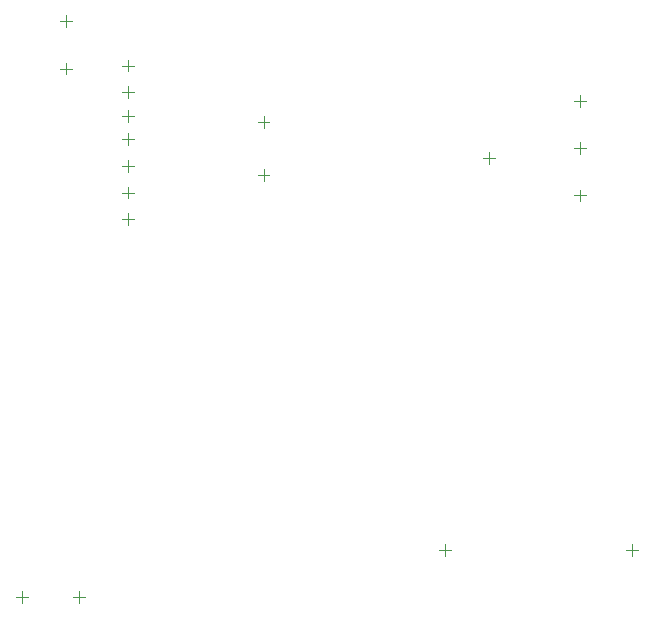
<source format=gbr>
%TF.GenerationSoftware,Altium Limited,Altium Designer,20.2.6 (244)*%
G04 Layer_Color=0*
%FSLAX26Y26*%
%MOIN*%
%TF.SameCoordinates,5A7C1849-F1A5-4743-A48D-7E663CB7BB3B*%
%TF.FilePolarity,Positive*%
%TF.FileFunction,Other,Top_Component_Center*%
%TF.Part,Single*%
G01*
G75*
%TA.AperFunction,NonConductor*%
%ADD54C,0.003937*%
D54*
X310315Y60000D02*
X349685D01*
X330000Y40315D02*
Y79685D01*
X1677284Y1523622D02*
X1716653D01*
X1696968Y1503937D02*
Y1543307D01*
X925197Y1643701D02*
X964567D01*
X944882Y1624016D02*
Y1663386D01*
X925197Y1466535D02*
X964567D01*
X944882Y1446850D02*
Y1486220D01*
X2000000Y1377953D02*
Y1417323D01*
X1980315Y1397638D02*
X2019685D01*
X2000000Y1692913D02*
Y1732283D01*
X1980315Y1712598D02*
X2019685D01*
X2171968Y196850D02*
Y236220D01*
X2152284Y216535D02*
X2191653D01*
X140000Y40315D02*
Y79685D01*
X120315Y60000D02*
X159685D01*
X492126Y1722441D02*
Y1761811D01*
X472441Y1742126D02*
X511811D01*
X492126Y1643701D02*
Y1683071D01*
X472441Y1663386D02*
X511811D01*
X492126Y1564961D02*
Y1604331D01*
X472441Y1584646D02*
X511811D01*
X492126Y1387795D02*
Y1427165D01*
X472441Y1407480D02*
X511811D01*
X492126Y1299213D02*
Y1338583D01*
X472441Y1318898D02*
X511811D01*
X492126Y1476378D02*
Y1515748D01*
X472441Y1496063D02*
X511811D01*
X2000000Y1535433D02*
Y1574803D01*
X1980315Y1555118D02*
X2019685D01*
X1550000Y196850D02*
Y236220D01*
X1530315Y216535D02*
X1569685D01*
X492126Y1811024D02*
Y1850394D01*
X472441Y1830709D02*
X511811D01*
X285433Y1801181D02*
Y1840551D01*
X265748Y1820866D02*
X305118D01*
X285433Y1958661D02*
Y1998032D01*
X265748Y1978347D02*
X305118D01*
%TF.MD5,e5a859353f27f1cc12bdd418bf5743d1*%
M02*

</source>
